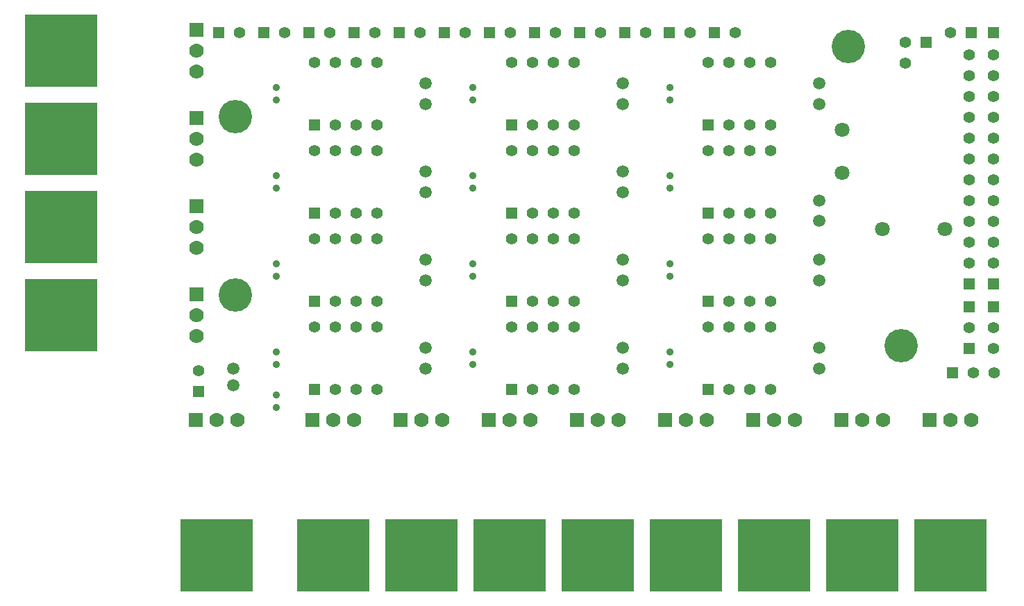
<source format=gts>
G04 (created by PCBNEW (2013-07-07 BZR 4022)-stable) date 4/3/2014 12:59:42 PM*
%MOIN*%
G04 Gerber Fmt 3.4, Leading zero omitted, Abs format*
%FSLAX34Y34*%
G01*
G70*
G90*
G04 APERTURE LIST*
%ADD10C,0.00590551*%
%ADD11R,0.055X0.055*%
%ADD12C,0.055*%
%ADD13R,0.35X0.35*%
%ADD14C,0.07*%
%ADD15R,0.07X0.07*%
%ADD16C,0.0354331*%
%ADD17C,0.0590551*%
%ADD18C,0.16*%
%ADD19C,0.0708661*%
G04 APERTURE END LIST*
G54D10*
G54D11*
X94594Y-40444D03*
G54D12*
X93594Y-40444D03*
X93594Y-41444D03*
G54D13*
X83070Y-65062D03*
G54D14*
X84070Y-58562D03*
X83070Y-58562D03*
G54D15*
X82070Y-58562D03*
G54D13*
X95767Y-65062D03*
G54D14*
X96767Y-58562D03*
X95767Y-58562D03*
G54D15*
X94767Y-58562D03*
G54D13*
X53047Y-45078D03*
G54D14*
X59547Y-46078D03*
X59547Y-45078D03*
G54D15*
X59547Y-44078D03*
G54D13*
X70374Y-65062D03*
G54D14*
X71374Y-58562D03*
X70374Y-58562D03*
G54D15*
X69374Y-58562D03*
G54D13*
X53047Y-49311D03*
G54D14*
X59547Y-50311D03*
X59547Y-49311D03*
G54D15*
X59547Y-48311D03*
G54D13*
X74606Y-65062D03*
G54D14*
X75606Y-58562D03*
X74606Y-58562D03*
G54D15*
X73606Y-58562D03*
G54D13*
X91535Y-65062D03*
G54D14*
X92535Y-58562D03*
X91535Y-58562D03*
G54D15*
X90535Y-58562D03*
G54D13*
X53047Y-53543D03*
G54D14*
X59547Y-54543D03*
X59547Y-53543D03*
G54D15*
X59547Y-52543D03*
G54D13*
X53047Y-40846D03*
G54D14*
X59547Y-41846D03*
X59547Y-40846D03*
G54D15*
X59547Y-39846D03*
G54D13*
X78838Y-65062D03*
G54D14*
X79838Y-58562D03*
X78838Y-58562D03*
G54D15*
X77838Y-58562D03*
G54D13*
X87303Y-65062D03*
G54D14*
X88303Y-58562D03*
X87303Y-58562D03*
G54D15*
X86303Y-58562D03*
G54D13*
X66141Y-65062D03*
G54D14*
X67141Y-58562D03*
X66141Y-58562D03*
G54D15*
X65141Y-58562D03*
X59531Y-58562D03*
G54D14*
X61531Y-58562D03*
X60531Y-58562D03*
G54D13*
X60531Y-65062D03*
G54D11*
X97834Y-53133D03*
G54D12*
X97834Y-54133D03*
X97834Y-55133D03*
G54D11*
X67118Y-39960D03*
G54D12*
X68118Y-39960D03*
G54D11*
X77944Y-39960D03*
G54D12*
X78944Y-39960D03*
G54D11*
X62787Y-39960D03*
G54D12*
X63787Y-39960D03*
G54D11*
X69283Y-39960D03*
G54D12*
X70283Y-39960D03*
G54D11*
X82275Y-39960D03*
G54D12*
X83275Y-39960D03*
G54D11*
X64952Y-39960D03*
G54D12*
X65952Y-39960D03*
G54D11*
X80110Y-39960D03*
G54D12*
X81110Y-39960D03*
G54D11*
X71448Y-39960D03*
G54D12*
X72448Y-39960D03*
G54D11*
X96759Y-39960D03*
G54D12*
X95759Y-39960D03*
G54D11*
X96653Y-55125D03*
G54D12*
X96653Y-54125D03*
G54D11*
X75779Y-39960D03*
G54D12*
X76779Y-39960D03*
G54D11*
X84440Y-39960D03*
G54D12*
X85440Y-39960D03*
G54D11*
X60622Y-39960D03*
G54D12*
X61622Y-39960D03*
G54D11*
X73614Y-39960D03*
G54D12*
X74614Y-39960D03*
G54D11*
X59645Y-57192D03*
G54D12*
X59645Y-56192D03*
G54D11*
X96653Y-52055D03*
G54D12*
X96653Y-51055D03*
X96653Y-50055D03*
X96653Y-49055D03*
X96653Y-48055D03*
X96653Y-47055D03*
X96653Y-46055D03*
X96653Y-45055D03*
X96653Y-44055D03*
X96653Y-43055D03*
X96653Y-42055D03*
X96653Y-41055D03*
G54D11*
X97834Y-52055D03*
G54D12*
X97834Y-51055D03*
X97834Y-50055D03*
X97834Y-49055D03*
X97834Y-48055D03*
X97834Y-47055D03*
X97834Y-46055D03*
X97834Y-45055D03*
X97834Y-44055D03*
X97834Y-43055D03*
X97834Y-42055D03*
X97834Y-41055D03*
G54D11*
X97834Y-39960D03*
X84129Y-48645D03*
G54D12*
X85129Y-48645D03*
X86129Y-48645D03*
X87129Y-48645D03*
X87129Y-45645D03*
X86129Y-45645D03*
X85129Y-45645D03*
X84129Y-45645D03*
G54D11*
X74681Y-44413D03*
G54D12*
X75681Y-44413D03*
X76681Y-44413D03*
X77681Y-44413D03*
X77681Y-41413D03*
X76681Y-41413D03*
X75681Y-41413D03*
X74681Y-41413D03*
G54D11*
X74681Y-52877D03*
G54D12*
X75681Y-52877D03*
X76681Y-52877D03*
X77681Y-52877D03*
X77681Y-49877D03*
X76681Y-49877D03*
X75681Y-49877D03*
X74681Y-49877D03*
G54D11*
X84129Y-52877D03*
G54D12*
X85129Y-52877D03*
X86129Y-52877D03*
X87129Y-52877D03*
X87129Y-49877D03*
X86129Y-49877D03*
X85129Y-49877D03*
X84129Y-49877D03*
G54D11*
X84129Y-44413D03*
G54D12*
X85129Y-44413D03*
X86129Y-44413D03*
X87129Y-44413D03*
X87129Y-41413D03*
X86129Y-41413D03*
X85129Y-41413D03*
X84129Y-41413D03*
G54D11*
X84129Y-57110D03*
G54D12*
X85129Y-57110D03*
X86129Y-57110D03*
X87129Y-57110D03*
X87129Y-54110D03*
X86129Y-54110D03*
X85129Y-54110D03*
X84129Y-54110D03*
G54D11*
X65232Y-57110D03*
G54D12*
X66232Y-57110D03*
X67232Y-57110D03*
X68232Y-57110D03*
X68232Y-54110D03*
X67232Y-54110D03*
X66232Y-54110D03*
X65232Y-54110D03*
G54D11*
X74681Y-48645D03*
G54D12*
X75681Y-48645D03*
X76681Y-48645D03*
X77681Y-48645D03*
X77681Y-45645D03*
X76681Y-45645D03*
X75681Y-45645D03*
X74681Y-45645D03*
G54D11*
X65232Y-52877D03*
G54D12*
X66232Y-52877D03*
X67232Y-52877D03*
X68232Y-52877D03*
X68232Y-49877D03*
X67232Y-49877D03*
X66232Y-49877D03*
X65232Y-49877D03*
G54D11*
X65232Y-48645D03*
G54D12*
X66232Y-48645D03*
X67232Y-48645D03*
X68232Y-48645D03*
X68232Y-45645D03*
X67232Y-45645D03*
X66232Y-45645D03*
X65232Y-45645D03*
G54D11*
X65232Y-44413D03*
G54D12*
X66232Y-44413D03*
X67232Y-44413D03*
X68232Y-44413D03*
X68232Y-41413D03*
X67232Y-41413D03*
X66232Y-41413D03*
X65232Y-41413D03*
G54D11*
X74681Y-57110D03*
G54D12*
X75681Y-57110D03*
X76681Y-57110D03*
X77681Y-57110D03*
X77681Y-54110D03*
X76681Y-54110D03*
X75681Y-54110D03*
X74681Y-54110D03*
G54D16*
X63385Y-51673D03*
X63385Y-51082D03*
X63385Y-55905D03*
X63385Y-55314D03*
X82283Y-43208D03*
X82283Y-42618D03*
X82283Y-47440D03*
X82283Y-46850D03*
X72834Y-43208D03*
X72834Y-42618D03*
X72834Y-51673D03*
X72834Y-51082D03*
X63385Y-47440D03*
X63385Y-46850D03*
X72834Y-47440D03*
X72834Y-46850D03*
X82283Y-51673D03*
X82283Y-51082D03*
X63385Y-57972D03*
X63385Y-57381D03*
X72834Y-55905D03*
X72834Y-55314D03*
X63385Y-43208D03*
X63385Y-42618D03*
X82283Y-55905D03*
X82283Y-55314D03*
G54D17*
X61318Y-56889D03*
X61318Y-56102D03*
X80019Y-46653D03*
X80019Y-47637D03*
X89468Y-42421D03*
X89468Y-43405D03*
X70570Y-55118D03*
X70570Y-56102D03*
X89468Y-48031D03*
X89468Y-49015D03*
X70570Y-50885D03*
X70570Y-51870D03*
X89468Y-50885D03*
X89468Y-51870D03*
X70570Y-46653D03*
X70570Y-47637D03*
X70570Y-42421D03*
X70570Y-43405D03*
X89468Y-55118D03*
X89468Y-56102D03*
X80019Y-42421D03*
X80019Y-43405D03*
X80019Y-55118D03*
X80019Y-56102D03*
X80019Y-50885D03*
X80019Y-51870D03*
G54D18*
X93405Y-55019D03*
X61417Y-52559D03*
X61417Y-43996D03*
X90846Y-40649D03*
G54D11*
X95850Y-56299D03*
G54D12*
X96850Y-56299D03*
X97850Y-56299D03*
G54D11*
X96653Y-53149D03*
G54D19*
X90551Y-46712D03*
X90551Y-44625D03*
X92496Y-49409D03*
X95496Y-49409D03*
M02*

</source>
